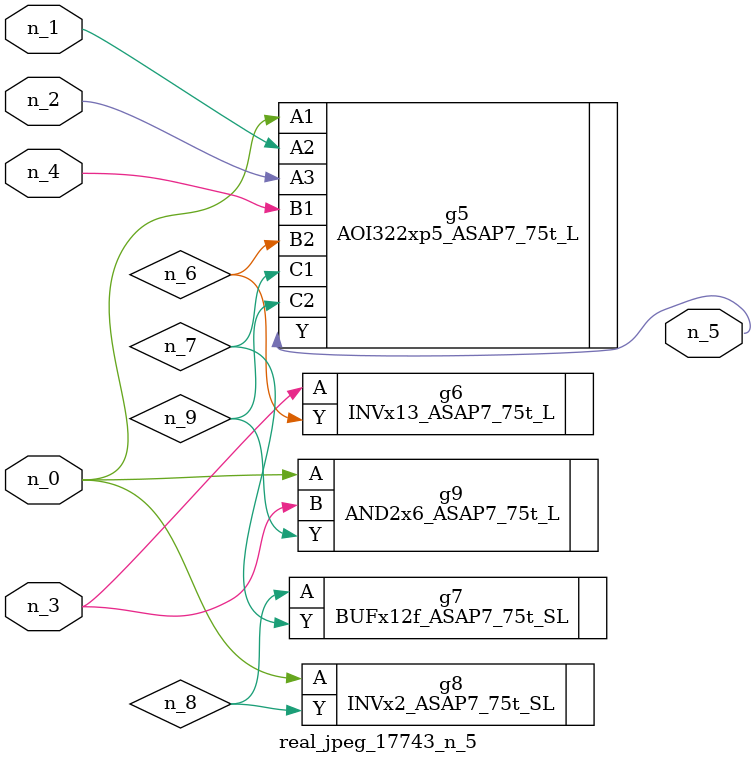
<source format=v>
module real_jpeg_17743_n_5 (n_4, n_0, n_1, n_2, n_3, n_5);

input n_4;
input n_0;
input n_1;
input n_2;
input n_3;

output n_5;

wire n_8;
wire n_6;
wire n_7;
wire n_9;

AOI322xp5_ASAP7_75t_L g5 ( 
.A1(n_0),
.A2(n_1),
.A3(n_2),
.B1(n_4),
.B2(n_6),
.C1(n_7),
.C2(n_9),
.Y(n_5)
);

INVx2_ASAP7_75t_SL g8 ( 
.A(n_0),
.Y(n_8)
);

AND2x6_ASAP7_75t_L g9 ( 
.A(n_0),
.B(n_3),
.Y(n_9)
);

INVx13_ASAP7_75t_L g6 ( 
.A(n_3),
.Y(n_6)
);

BUFx12f_ASAP7_75t_SL g7 ( 
.A(n_8),
.Y(n_7)
);


endmodule
</source>
